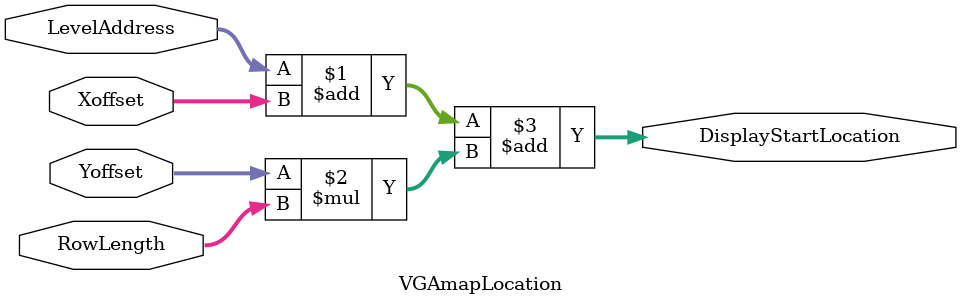
<source format=v>
`timescale 1ns / 1ps
module VGAmapLocation(
    input [15:0] LevelAddress,
    input [15:0] RowLength,
    input [15:0] Xoffset,
    input [15:0] Yoffset,
    output [15:0] DisplayStartLocation
    );


assign DisplayStartLocation = LevelAddress + Xoffset + (Yoffset * RowLength);//compute start address

endmodule

</source>
